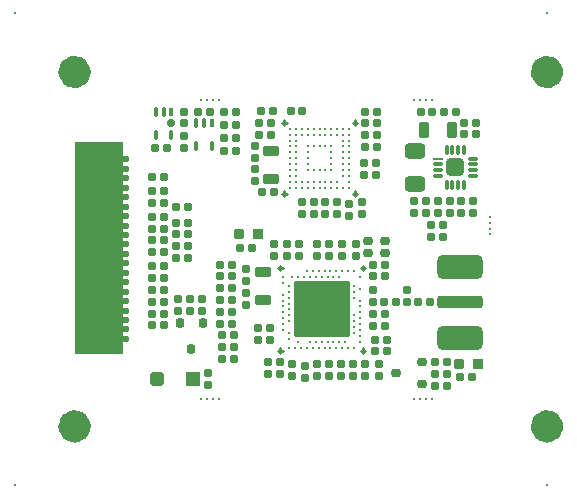
<source format=gbr>
%TF.GenerationSoftware,Altium Limited,Altium Designer,24.8.2 (39)*%
G04 Layer_Color=8388736*
%FSLAX45Y45*%
%MOMM*%
%TF.SameCoordinates,B03309B8-0E9A-45A2-8570-9956D1A1A338*%
%TF.FilePolarity,Negative*%
%TF.FileFunction,Soldermask,Top*%
%TF.Part,CustomerPanel*%
G01*
G75*
%TA.AperFunction,NonConductor*%
%ADD43C,0.15000*%
%TA.AperFunction,ConnectorPad*%
G04:AMPARAMS|DCode=57|XSize=2.1mm|YSize=3.9mm|CornerRadius=0.55mm|HoleSize=0mm|Usage=FLASHONLY|Rotation=270.000|XOffset=0mm|YOffset=0mm|HoleType=Round|Shape=RoundedRectangle|*
%AMROUNDEDRECTD57*
21,1,2.10000,2.80000,0,0,270.0*
21,1,1.00000,3.90000,0,0,270.0*
1,1,1.10000,-1.40000,-0.50000*
1,1,1.10000,-1.40000,0.50000*
1,1,1.10000,1.40000,0.50000*
1,1,1.10000,1.40000,-0.50000*
%
%ADD57ROUNDEDRECTD57*%
%TA.AperFunction,SMDPad,CuDef*%
G04:AMPARAMS|DCode=58|XSize=3.28mm|YSize=0.58mm|CornerRadius=0.165mm|HoleSize=0mm|Usage=FLASHONLY|Rotation=0.000|XOffset=0mm|YOffset=0mm|HoleType=Round|Shape=RoundedRectangle|*
%AMROUNDEDRECTD58*
21,1,3.28000,0.25000,0,0,0.0*
21,1,2.95000,0.58000,0,0,0.0*
1,1,0.33000,1.47500,-0.12500*
1,1,0.33000,-1.47500,-0.12500*
1,1,0.33000,-1.47500,0.12500*
1,1,0.33000,1.47500,0.12500*
%
%ADD58ROUNDEDRECTD58*%
%TA.AperFunction,WasherPad*%
G04:AMPARAMS|DCode=59|XSize=0.2032mm|YSize=0.2032mm|CornerRadius=0mm|HoleSize=0mm|Usage=FLASHONLY|Rotation=180.000|XOffset=0mm|YOffset=0mm|HoleType=Round|Shape=RoundedRectangle|*
%AMROUNDEDRECTD59*
21,1,0.20320,0.20320,0,0,180.0*
21,1,0.20320,0.20320,0,0,180.0*
1,1,0.00000,-0.10160,0.10160*
1,1,0.00000,0.10160,0.10160*
1,1,0.00000,0.10160,-0.10160*
1,1,0.00000,-0.10160,-0.10160*
%
%ADD59ROUNDEDRECTD59*%
G04:AMPARAMS|DCode=60|XSize=0.2032mm|YSize=0.2032mm|CornerRadius=0mm|HoleSize=0mm|Usage=FLASHONLY|Rotation=270.000|XOffset=0mm|YOffset=0mm|HoleType=Round|Shape=RoundedRectangle|*
%AMROUNDEDRECTD60*
21,1,0.20320,0.20320,0,0,270.0*
21,1,0.20320,0.20320,0,0,270.0*
1,1,0.00000,-0.10160,-0.10160*
1,1,0.00000,-0.10160,0.10160*
1,1,0.00000,0.10160,0.10160*
1,1,0.00000,0.10160,-0.10160*
%
%ADD60ROUNDEDRECTD60*%
%TA.AperFunction,NonConductor*%
%ADD115C,2.14000*%
%TA.AperFunction,SMDPad,CuDef*%
G04:AMPARAMS|DCode=116|XSize=0.6mm|YSize=0.6mm|CornerRadius=0.175mm|HoleSize=0mm|Usage=FLASHONLY|Rotation=0.000|XOffset=0mm|YOffset=0mm|HoleType=Round|Shape=RoundedRectangle|*
%AMROUNDEDRECTD116*
21,1,0.60000,0.25000,0,0,0.0*
21,1,0.25000,0.60000,0,0,0.0*
1,1,0.35000,0.12500,-0.12500*
1,1,0.35000,-0.12500,-0.12500*
1,1,0.35000,-0.12500,0.12500*
1,1,0.35000,0.12500,0.12500*
%
%ADD116ROUNDEDRECTD116*%
G04:AMPARAMS|DCode=117|XSize=0.7mm|YSize=0.8mm|CornerRadius=0.2mm|HoleSize=0mm|Usage=FLASHONLY|Rotation=270.000|XOffset=0mm|YOffset=0mm|HoleType=Round|Shape=RoundedRectangle|*
%AMROUNDEDRECTD117*
21,1,0.70000,0.40000,0,0,270.0*
21,1,0.30000,0.80000,0,0,270.0*
1,1,0.40000,-0.20000,-0.15000*
1,1,0.40000,-0.20000,0.15000*
1,1,0.40000,0.20000,0.15000*
1,1,0.40000,0.20000,-0.15000*
%
%ADD117ROUNDEDRECTD117*%
G04:AMPARAMS|DCode=118|XSize=0.41mm|YSize=0.78mm|CornerRadius=0.1225mm|HoleSize=0mm|Usage=FLASHONLY|Rotation=0.000|XOffset=0mm|YOffset=0mm|HoleType=Round|Shape=RoundedRectangle|*
%AMROUNDEDRECTD118*
21,1,0.41000,0.53500,0,0,0.0*
21,1,0.16500,0.78000,0,0,0.0*
1,1,0.24500,0.08250,-0.26750*
1,1,0.24500,-0.08250,-0.26750*
1,1,0.24500,-0.08250,0.26750*
1,1,0.24500,0.08250,0.26750*
%
%ADD118ROUNDEDRECTD118*%
%ADD119R,0.41000X0.78000*%
G04:AMPARAMS|DCode=120|XSize=0.7mm|YSize=0.7mm|CornerRadius=0.2mm|HoleSize=0mm|Usage=FLASHONLY|Rotation=270.000|XOffset=0mm|YOffset=0mm|HoleType=Round|Shape=RoundedRectangle|*
%AMROUNDEDRECTD120*
21,1,0.70000,0.30000,0,0,270.0*
21,1,0.30000,0.70000,0,0,270.0*
1,1,0.40000,-0.15000,-0.15000*
1,1,0.40000,-0.15000,0.15000*
1,1,0.40000,0.15000,0.15000*
1,1,0.40000,0.15000,-0.15000*
%
%ADD120ROUNDEDRECTD120*%
%TA.AperFunction,BGAPad,CuDef*%
%ADD121C,0.28000*%
%TA.AperFunction,SMDPad,CuDef*%
G04:AMPARAMS|DCode=122|XSize=4.77mm|YSize=4.77mm|CornerRadius=0.2475mm|HoleSize=0mm|Usage=FLASHONLY|Rotation=0.000|XOffset=0mm|YOffset=0mm|HoleType=Round|Shape=RoundedRectangle|*
%AMROUNDEDRECTD122*
21,1,4.77000,4.27500,0,0,0.0*
21,1,4.27500,4.77000,0,0,0.0*
1,1,0.49500,2.13750,-2.13750*
1,1,0.49500,-2.13750,-2.13750*
1,1,0.49500,-2.13750,2.13750*
1,1,0.49500,2.13750,2.13750*
%
%ADD122ROUNDEDRECTD122*%
G04:AMPARAMS|DCode=123|XSize=0.7mm|YSize=0.7mm|CornerRadius=0.2mm|HoleSize=0mm|Usage=FLASHONLY|Rotation=0.000|XOffset=0mm|YOffset=0mm|HoleType=Round|Shape=RoundedRectangle|*
%AMROUNDEDRECTD123*
21,1,0.70000,0.30000,0,0,0.0*
21,1,0.30000,0.70000,0,0,0.0*
1,1,0.40000,0.15000,-0.15000*
1,1,0.40000,-0.15000,-0.15000*
1,1,0.40000,-0.15000,0.15000*
1,1,0.40000,0.15000,0.15000*
%
%ADD123ROUNDEDRECTD123*%
G04:AMPARAMS|DCode=124|XSize=0.7mm|YSize=0.8mm|CornerRadius=0.2mm|HoleSize=0mm|Usage=FLASHONLY|Rotation=0.000|XOffset=0mm|YOffset=0mm|HoleType=Round|Shape=RoundedRectangle|*
%AMROUNDEDRECTD124*
21,1,0.70000,0.40000,0,0,0.0*
21,1,0.30000,0.80000,0,0,0.0*
1,1,0.40000,0.15000,-0.20000*
1,1,0.40000,-0.15000,-0.20000*
1,1,0.40000,-0.15000,0.20000*
1,1,0.40000,0.15000,0.20000*
%
%ADD124ROUNDEDRECTD124*%
G04:AMPARAMS|DCode=125|XSize=0.84mm|YSize=1.39mm|CornerRadius=0.22mm|HoleSize=0mm|Usage=FLASHONLY|Rotation=90.000|XOffset=0mm|YOffset=0mm|HoleType=Round|Shape=RoundedRectangle|*
%AMROUNDEDRECTD125*
21,1,0.84000,0.95000,0,0,90.0*
21,1,0.40000,1.39000,0,0,90.0*
1,1,0.44000,0.47500,0.20000*
1,1,0.44000,0.47500,-0.20000*
1,1,0.44000,-0.47500,-0.20000*
1,1,0.44000,-0.47500,0.20000*
%
%ADD125ROUNDEDRECTD125*%
%TA.AperFunction,BGAPad,CuDef*%
%ADD126C,0.27000*%
%TA.AperFunction,ConnectorPad*%
G04:AMPARAMS|DCode=127|XSize=1.1mm|YSize=3.9mm|CornerRadius=0.3mm|HoleSize=0mm|Usage=FLASHONLY|Rotation=270.000|XOffset=0mm|YOffset=0mm|HoleType=Round|Shape=RoundedRectangle|*
%AMROUNDEDRECTD127*
21,1,1.10000,3.30000,0,0,270.0*
21,1,0.50000,3.90000,0,0,270.0*
1,1,0.60000,-1.65000,-0.25000*
1,1,0.60000,-1.65000,0.25000*
1,1,0.60000,1.65000,0.25000*
1,1,0.60000,1.65000,-0.25000*
%
%ADD127ROUNDEDRECTD127*%
%TA.AperFunction,SMDPad,CuDef*%
G04:AMPARAMS|DCode=128|XSize=0.9mm|YSize=0.9mm|CornerRadius=0.25mm|HoleSize=0mm|Usage=FLASHONLY|Rotation=270.000|XOffset=0mm|YOffset=0mm|HoleType=Round|Shape=RoundedRectangle|*
%AMROUNDEDRECTD128*
21,1,0.90000,0.40000,0,0,270.0*
21,1,0.40000,0.90000,0,0,270.0*
1,1,0.50000,-0.20000,-0.20000*
1,1,0.50000,-0.20000,0.20000*
1,1,0.50000,0.20000,0.20000*
1,1,0.50000,0.20000,-0.20000*
%
%ADD128ROUNDEDRECTD128*%
%ADD129R,0.90000X0.90000*%
G04:AMPARAMS|DCode=130|XSize=0.79mm|YSize=0.69mm|CornerRadius=0.1825mm|HoleSize=0mm|Usage=FLASHONLY|Rotation=0.000|XOffset=0mm|YOffset=0mm|HoleType=Round|Shape=RoundedRectangle|*
%AMROUNDEDRECTD130*
21,1,0.79000,0.32500,0,0,0.0*
21,1,0.42500,0.69000,0,0,0.0*
1,1,0.36500,0.21250,-0.16250*
1,1,0.36500,-0.21250,-0.16250*
1,1,0.36500,-0.21250,0.16250*
1,1,0.36500,0.21250,0.16250*
%
%ADD130ROUNDEDRECTD130*%
%ADD131R,1.20000X1.20000*%
G04:AMPARAMS|DCode=132|XSize=1.2mm|YSize=1.2mm|CornerRadius=0.325mm|HoleSize=0mm|Usage=FLASHONLY|Rotation=270.000|XOffset=0mm|YOffset=0mm|HoleType=Round|Shape=RoundedRectangle|*
%AMROUNDEDRECTD132*
21,1,1.20000,0.55000,0,0,270.0*
21,1,0.55000,1.20000,0,0,270.0*
1,1,0.65000,-0.27500,-0.27500*
1,1,0.65000,-0.27500,0.27500*
1,1,0.65000,0.27500,0.27500*
1,1,0.65000,0.27500,-0.27500*
%
%ADD132ROUNDEDRECTD132*%
%ADD133R,0.81000X0.29000*%
G04:AMPARAMS|DCode=134|XSize=0.29mm|YSize=0.81mm|CornerRadius=0.0875mm|HoleSize=0mm|Usage=FLASHONLY|Rotation=90.000|XOffset=0mm|YOffset=0mm|HoleType=Round|Shape=RoundedRectangle|*
%AMROUNDEDRECTD134*
21,1,0.29000,0.63500,0,0,90.0*
21,1,0.11500,0.81000,0,0,90.0*
1,1,0.17500,0.31750,0.05750*
1,1,0.17500,0.31750,-0.05750*
1,1,0.17500,-0.31750,-0.05750*
1,1,0.17500,-0.31750,0.05750*
%
%ADD134ROUNDEDRECTD134*%
G04:AMPARAMS|DCode=135|XSize=0.29mm|YSize=0.81mm|CornerRadius=0.0875mm|HoleSize=0mm|Usage=FLASHONLY|Rotation=0.000|XOffset=0mm|YOffset=0mm|HoleType=Round|Shape=RoundedRectangle|*
%AMROUNDEDRECTD135*
21,1,0.29000,0.63500,0,0,0.0*
21,1,0.11500,0.81000,0,0,0.0*
1,1,0.17500,0.05750,-0.31750*
1,1,0.17500,-0.05750,-0.31750*
1,1,0.17500,-0.05750,0.31750*
1,1,0.17500,0.05750,0.31750*
%
%ADD135ROUNDEDRECTD135*%
G04:AMPARAMS|DCode=136|XSize=1.56mm|YSize=1.56mm|CornerRadius=0.405mm|HoleSize=0mm|Usage=FLASHONLY|Rotation=0.000|XOffset=0mm|YOffset=0mm|HoleType=Round|Shape=RoundedRectangle|*
%AMROUNDEDRECTD136*
21,1,1.56000,0.75000,0,0,0.0*
21,1,0.75000,1.56000,0,0,0.0*
1,1,0.81000,0.37500,-0.37500*
1,1,0.81000,-0.37500,-0.37500*
1,1,0.81000,-0.37500,0.37500*
1,1,0.81000,0.37500,0.37500*
%
%ADD136ROUNDEDRECTD136*%
G04:AMPARAMS|DCode=137|XSize=0.84mm|YSize=1.39mm|CornerRadius=0.22mm|HoleSize=0mm|Usage=FLASHONLY|Rotation=180.000|XOffset=0mm|YOffset=0mm|HoleType=Round|Shape=RoundedRectangle|*
%AMROUNDEDRECTD137*
21,1,0.84000,0.95000,0,0,180.0*
21,1,0.40000,1.39000,0,0,180.0*
1,1,0.44000,-0.20000,0.47500*
1,1,0.44000,0.20000,0.47500*
1,1,0.44000,0.20000,-0.47500*
1,1,0.44000,-0.20000,-0.47500*
%
%ADD137ROUNDEDRECTD137*%
G04:AMPARAMS|DCode=138|XSize=1.75mm|YSize=1.35mm|CornerRadius=0.3625mm|HoleSize=0mm|Usage=FLASHONLY|Rotation=0.000|XOffset=0mm|YOffset=0mm|HoleType=Round|Shape=RoundedRectangle|*
%AMROUNDEDRECTD138*
21,1,1.75000,0.62500,0,0,0.0*
21,1,1.02500,1.35000,0,0,0.0*
1,1,0.72500,0.51250,-0.31250*
1,1,0.72500,-0.51250,-0.31250*
1,1,0.72500,-0.51250,0.31250*
1,1,0.72500,0.51250,0.31250*
%
%ADD138ROUNDEDRECTD138*%
%TA.AperFunction,NonConductor*%
%ADD139C,0.25000*%
G36*
X1409998Y1609996D02*
X999999D01*
Y3409996D01*
X1409998D01*
Y1609996D01*
D02*
G37*
D43*
X3354998Y3569998D02*
X3394998D01*
X3374962Y3549993D02*
Y3589993D01*
X2754999Y2970000D02*
X2794999D01*
X2774963Y2949995D02*
Y2989995D01*
X2754999Y3569998D02*
X2794999D01*
X2774963Y3549993D02*
Y3589993D01*
X3354998Y2970000D02*
X3394998D01*
X3374962Y2949995D02*
Y2989995D01*
D57*
X4264997Y2349994D02*
D03*
Y1749995D02*
D03*
D58*
X1299998Y1899997D02*
D03*
Y1819997D02*
D03*
Y1979997D02*
D03*
Y1739997D02*
D03*
Y2139996D02*
D03*
Y2059996D02*
D03*
Y2379996D02*
D03*
Y2219996D02*
D03*
Y2619995D02*
D03*
Y2299996D02*
D03*
Y2539995D02*
D03*
Y2459996D02*
D03*
Y2779995D02*
D03*
Y3019994D02*
D03*
Y3099994D02*
D03*
Y3179994D02*
D03*
Y2699995D02*
D03*
Y3259994D02*
D03*
Y2859995D02*
D03*
Y2939995D02*
D03*
D59*
X5000000Y500000D02*
D03*
Y4500000D02*
D03*
X500000D02*
D03*
Y500000D02*
D03*
X2075000Y1235000D02*
D03*
X2225000D02*
D03*
X2175000D02*
D03*
X2125000D02*
D03*
X3875000D02*
D03*
X4025000D02*
D03*
X3975000D02*
D03*
X3925000D02*
D03*
X4025000Y3765000D02*
D03*
X3875000D02*
D03*
X3925000D02*
D03*
X3975000D02*
D03*
X2175000D02*
D03*
X2125000D02*
D03*
X2075000D02*
D03*
X2225000D02*
D03*
D60*
X4515000Y2625000D02*
D03*
Y2775000D02*
D03*
Y2725000D02*
D03*
Y2675000D02*
D03*
D115*
X1033000Y1000000D02*
G03*
X1033000Y1000000I-33000J0D01*
G01*
X5032998Y4000000D02*
G03*
X5032998Y4000000I-33000J0D01*
G01*
X1033000D02*
G03*
X1033000Y4000000I-33000J0D01*
G01*
X5032998Y1000000D02*
G03*
X5032998Y1000000I-33000J0D01*
G01*
D116*
X1819998Y3569996D02*
D03*
D117*
X3725000Y1449995D02*
D03*
X3945000Y1544996D02*
D03*
Y1354993D02*
D03*
D118*
X1819998Y3464996D02*
D03*
X1689996D02*
D03*
Y3664995D02*
D03*
X1754995D02*
D03*
X2160000Y3369995D02*
D03*
X2029997D02*
D03*
Y3569995D02*
D03*
X2094996D02*
D03*
D119*
X1819998Y3664995D02*
D03*
X2160000Y3569995D02*
D03*
D120*
X3874997Y2804997D02*
D03*
X3974997D02*
D03*
X3875001Y2904996D02*
D03*
X3975000D02*
D03*
X2329997Y1969995D02*
D03*
X2229997D02*
D03*
X2664997Y3569995D02*
D03*
X2564997D02*
D03*
X4149998Y1344996D02*
D03*
X4049999D02*
D03*
X2329997Y2369993D02*
D03*
X2229997D02*
D03*
Y2069995D02*
D03*
X2329997D02*
D03*
X2229997Y2269996D02*
D03*
X2329997D02*
D03*
Y2169995D02*
D03*
X2229997D02*
D03*
X4049999Y1444996D02*
D03*
X4149998D02*
D03*
X4264999Y1414995D02*
D03*
X4364999D02*
D03*
X4150000Y1544995D02*
D03*
X4050000D02*
D03*
X1759999Y2894997D02*
D03*
X1659999D02*
D03*
X1759997Y2994998D02*
D03*
X1659997D02*
D03*
X2249997Y1769995D02*
D03*
X2349997D02*
D03*
X2349999Y1669994D02*
D03*
X2250000D02*
D03*
X2350000Y1569996D02*
D03*
X2250000D02*
D03*
X2229997Y1869995D02*
D03*
X2329997D02*
D03*
X2654999Y1734997D02*
D03*
X2554999D02*
D03*
X1659997Y2354996D02*
D03*
X1759997D02*
D03*
X1659997Y2254997D02*
D03*
X1759997D02*
D03*
X1959999Y2424994D02*
D03*
X1859999D02*
D03*
X1959999Y2624996D02*
D03*
X1859999D02*
D03*
X1959997Y2724996D02*
D03*
X1859997D02*
D03*
X1659999Y2574996D02*
D03*
X1759999D02*
D03*
X1760000Y2474994D02*
D03*
X1660000D02*
D03*
X1659997Y2674995D02*
D03*
X1759997D02*
D03*
X1659999Y2774995D02*
D03*
X1759999D02*
D03*
X1959996Y2524994D02*
D03*
X1859997D02*
D03*
X4019999Y2604998D02*
D03*
X4119999D02*
D03*
Y2704998D02*
D03*
X4019999D02*
D03*
X1859999Y2854993D02*
D03*
X1959999D02*
D03*
X2564999Y3469997D02*
D03*
X2664999D02*
D03*
X2579997Y3669998D02*
D03*
X2679996D02*
D03*
X1660000Y3109996D02*
D03*
X1760000D02*
D03*
X3560000Y3364997D02*
D03*
X3460000D02*
D03*
X1659997Y2054996D02*
D03*
X1759997D02*
D03*
X1659998Y2154996D02*
D03*
X1759998D02*
D03*
X3644999Y1634996D02*
D03*
X3544999D02*
D03*
X3644999Y1734996D02*
D03*
X3544999D02*
D03*
X3530001Y1849995D02*
D03*
X3630001D02*
D03*
X3630000Y2269994D02*
D03*
X3530001D02*
D03*
X3625001Y2369993D02*
D03*
X3525001D02*
D03*
X3630001Y1949994D02*
D03*
X3530001D02*
D03*
X3620000Y2054994D02*
D03*
X3720000D02*
D03*
X4010000D02*
D03*
X3910000D02*
D03*
X2554998Y1834998D02*
D03*
X2654998D02*
D03*
X4129997Y3659995D02*
D03*
X4229997D02*
D03*
X4029997D02*
D03*
X3929997D02*
D03*
X1784997Y3359995D02*
D03*
X1684997D02*
D03*
X2365001Y3664994D02*
D03*
X2265001D02*
D03*
X2044999Y3664997D02*
D03*
X2144999D02*
D03*
X2265001Y3554997D02*
D03*
X2365001D02*
D03*
X2264998Y3334993D02*
D03*
X2364998D02*
D03*
X2365001Y3444995D02*
D03*
X2265001D02*
D03*
X3452998Y3129997D02*
D03*
X3552998D02*
D03*
X2689997Y2984994D02*
D03*
X2589997D02*
D03*
X1760000Y1854995D02*
D03*
X1660000D02*
D03*
X1760000Y1954995D02*
D03*
X1660000D02*
D03*
X2504999Y2509996D02*
D03*
X2404999D02*
D03*
X2830001Y3669998D02*
D03*
X2930001D02*
D03*
X3552998Y3229997D02*
D03*
X3452998D02*
D03*
X3460001Y3664997D02*
D03*
X3560001D02*
D03*
X3459998Y3464998D02*
D03*
X3559998D02*
D03*
X3460001Y3564997D02*
D03*
X3560001D02*
D03*
D121*
X2817226Y1939998D02*
D03*
X2967223Y2314993D02*
D03*
X3017226D02*
D03*
X3367228D02*
D03*
X3317225D02*
D03*
X3267228D02*
D03*
X3217225D02*
D03*
X3167228D02*
D03*
X3117226D02*
D03*
X3067228Y1664997D02*
D03*
X2892227Y1714995D02*
D03*
X2992227D02*
D03*
X3042225D02*
D03*
X2817226Y1664997D02*
D03*
X2867224D02*
D03*
X2917226D02*
D03*
X2967223D02*
D03*
X3017226D02*
D03*
X3367228D02*
D03*
X3317225D02*
D03*
X3267228D02*
D03*
X3217225D02*
D03*
X3167228D02*
D03*
X3117226D02*
D03*
X3417225Y1714995D02*
D03*
X3292227D02*
D03*
X3242224D02*
D03*
X3192227D02*
D03*
X3142224D02*
D03*
X3092227D02*
D03*
Y2264996D02*
D03*
X2842225D02*
D03*
X2892227D02*
D03*
X2942225D02*
D03*
X2992227D02*
D03*
X3042225D02*
D03*
X3417225D02*
D03*
X3242224D02*
D03*
X3192227D02*
D03*
X3142224D02*
D03*
X3067228Y2314993D02*
D03*
X2817226Y1739993D02*
D03*
Y1789996D02*
D03*
X2767224Y1814994D02*
D03*
Y1864997D02*
D03*
X2817226Y1889995D02*
D03*
X2767224Y1914994D02*
D03*
Y1964997D02*
D03*
X2817226Y1989995D02*
D03*
X2767224Y2014994D02*
D03*
X2817226Y2039998D02*
D03*
X2767224Y2064996D02*
D03*
X2817226Y2089995D02*
D03*
X2767224Y2114994D02*
D03*
X2817226Y2139997D02*
D03*
Y2189995D02*
D03*
X2767224Y2214994D02*
D03*
Y2264996D02*
D03*
X3367228Y1939998D02*
D03*
Y1789996D02*
D03*
Y1889995D02*
D03*
Y2089995D02*
D03*
Y2139997D02*
D03*
Y2189995D02*
D03*
X3417225Y1814994D02*
D03*
Y1864997D02*
D03*
Y1914994D02*
D03*
Y1964997D02*
D03*
Y2014994D02*
D03*
Y2064996D02*
D03*
Y2164996D02*
D03*
X3367223Y1839998D02*
D03*
X3417225Y1764997D02*
D03*
D122*
X3092227Y1989995D02*
D03*
D123*
X3124998Y2899996D02*
D03*
Y2799996D02*
D03*
X2079998Y1974995D02*
D03*
Y2074995D02*
D03*
X2845001Y1429994D02*
D03*
Y1529993D02*
D03*
X2955001Y1509994D02*
D03*
Y1409994D02*
D03*
X3254998Y1524996D02*
D03*
Y1424997D02*
D03*
X3155001Y1424996D02*
D03*
Y1524996D02*
D03*
X2640000Y1544994D02*
D03*
Y1444994D02*
D03*
X2740001Y1544996D02*
D03*
Y1444996D02*
D03*
X1980000Y1974997D02*
D03*
Y2074997D02*
D03*
X4174999Y2904997D02*
D03*
Y2804997D02*
D03*
X4075000Y2904997D02*
D03*
Y2804997D02*
D03*
X4274998D02*
D03*
Y2904997D02*
D03*
X4374996Y2904996D02*
D03*
Y2804997D02*
D03*
X3574998Y1524994D02*
D03*
Y1424994D02*
D03*
X3354998Y1424995D02*
D03*
Y1524994D02*
D03*
X2794999Y2539993D02*
D03*
Y2439993D02*
D03*
X3054998Y2439996D02*
D03*
Y2539996D02*
D03*
X3264997Y2539997D02*
D03*
Y2439997D02*
D03*
X3815000Y2154994D02*
D03*
Y2054994D02*
D03*
X3530001Y2154994D02*
D03*
Y2054994D02*
D03*
X2454996Y2029995D02*
D03*
Y2129994D02*
D03*
Y2329994D02*
D03*
Y2229995D02*
D03*
X2900000Y2539996D02*
D03*
Y2439996D02*
D03*
X3054998Y1424996D02*
D03*
Y1524995D02*
D03*
X3460001Y1424995D02*
D03*
Y1524995D02*
D03*
X3158532Y2539997D02*
D03*
Y2439997D02*
D03*
X3379999Y2539996D02*
D03*
Y2439996D02*
D03*
X2690001Y2539996D02*
D03*
Y2439996D02*
D03*
X4399999Y3571995D02*
D03*
Y3471995D02*
D03*
X4299999Y3571995D02*
D03*
Y3471995D02*
D03*
X1924996Y3664994D02*
D03*
Y3564995D02*
D03*
Y3354998D02*
D03*
Y3454997D02*
D03*
X3024998Y2899996D02*
D03*
Y2799996D02*
D03*
X2924998Y2899996D02*
D03*
Y2799996D02*
D03*
X3324998Y2884995D02*
D03*
Y2784995D02*
D03*
X3224998Y2899995D02*
D03*
Y2799995D02*
D03*
X1879999Y1974994D02*
D03*
Y2074993D02*
D03*
X3434998Y2899996D02*
D03*
Y2799996D02*
D03*
X2129998Y1449995D02*
D03*
Y1349995D02*
D03*
X2529998Y3179996D02*
D03*
Y3079996D02*
D03*
Y3274996D02*
D03*
Y3374996D02*
D03*
D124*
X1990001Y1654997D02*
D03*
X1895000Y1874997D02*
D03*
X2084997D02*
D03*
D125*
X2662997Y3094994D02*
D03*
Y3334994D02*
D03*
X2594996Y2069995D02*
D03*
Y2309995D02*
D03*
D126*
X2824996Y3519996D02*
D03*
X2874999D02*
D03*
X2924996D02*
D03*
X2974999D02*
D03*
X3025001D02*
D03*
X3074998D02*
D03*
X3125001D02*
D03*
X3174998D02*
D03*
X3225001D02*
D03*
X3274998D02*
D03*
X3325000D02*
D03*
X2824996Y3469994D02*
D03*
X2874999D02*
D03*
X2924996D02*
D03*
X2974999D02*
D03*
X3025001D02*
D03*
X3074998D02*
D03*
X3125001D02*
D03*
X3174998D02*
D03*
X3225001D02*
D03*
X3325000D02*
D03*
X2824996Y3419996D02*
D03*
X2874999D02*
D03*
X3274998D02*
D03*
X3325000D02*
D03*
X2824996Y3369994D02*
D03*
X2874999D02*
D03*
X2974999D02*
D03*
X3025001D02*
D03*
X3074998D02*
D03*
X3125001D02*
D03*
X3174998D02*
D03*
X3274998D02*
D03*
X3325000D02*
D03*
X2824996Y3319996D02*
D03*
X2874999D02*
D03*
X2974999D02*
D03*
X3174998D02*
D03*
X3274998D02*
D03*
X3325000D02*
D03*
X2824996Y3269994D02*
D03*
X2874999D02*
D03*
X2974999D02*
D03*
X3174998D02*
D03*
X3274998D02*
D03*
X3325000D02*
D03*
X2824996Y3219997D02*
D03*
X2874999D02*
D03*
X2974999D02*
D03*
X3174998D02*
D03*
X3274998D02*
D03*
X3325000D02*
D03*
X2824996Y3169994D02*
D03*
X2874999D02*
D03*
X2974999D02*
D03*
X3025001D02*
D03*
X3074998D02*
D03*
X3125001D02*
D03*
X3174998D02*
D03*
X3274998D02*
D03*
X3325000D02*
D03*
X2824996Y3119997D02*
D03*
X2874999D02*
D03*
X3274998D02*
D03*
X3325000D02*
D03*
X2824996Y3069994D02*
D03*
X2874999D02*
D03*
X2924996D02*
D03*
X2974999D02*
D03*
X3025001D02*
D03*
X3074998D02*
D03*
X3125001D02*
D03*
X3174998D02*
D03*
X3225001D02*
D03*
X3325000D02*
D03*
X2824996Y3019997D02*
D03*
X2874999D02*
D03*
X2924996D02*
D03*
X2974999D02*
D03*
X3025001D02*
D03*
X3074998D02*
D03*
X3125001D02*
D03*
X3174998D02*
D03*
X3225001D02*
D03*
X3274998D02*
D03*
X3325000D02*
D03*
X3274998Y3469994D02*
D03*
D127*
X4264997Y2049994D02*
D03*
D128*
X2394997Y2624996D02*
D03*
X4254997Y1529995D02*
D03*
D129*
X2554997Y2624996D02*
D03*
X4414997Y1529995D02*
D03*
D130*
X3485001Y2569993D02*
D03*
X3625001D02*
D03*
Y2469994D02*
D03*
X3485001D02*
D03*
D131*
X1999997Y1399993D02*
D03*
D132*
X1699998D02*
D03*
D133*
X4080001Y3266997D02*
D03*
D134*
Y3216994D02*
D03*
Y3166997D02*
D03*
Y3116994D02*
D03*
X4369998D02*
D03*
Y3166997D02*
D03*
Y3216994D02*
D03*
Y3266997D02*
D03*
D135*
X4149998Y3046997D02*
D03*
X4200000D02*
D03*
X4249998D02*
D03*
X4300000D02*
D03*
Y3336994D02*
D03*
X4249998D02*
D03*
X4200000D02*
D03*
X4149998D02*
D03*
D136*
X4224999Y3191995D02*
D03*
D137*
X4199999Y3511995D02*
D03*
X3960000D02*
D03*
D138*
X3885000Y3054996D02*
D03*
Y3334996D02*
D03*
D139*
X2722225Y2339997D02*
X2762225D01*
X3422224D02*
X3462224D01*
X3442224Y2319997D02*
Y2359997D01*
X3422224Y1639993D02*
X3462224D01*
X3442224Y1619993D02*
Y1659993D01*
X2722225Y1639993D02*
X2762225D01*
X2742225Y1619993D02*
Y1659993D01*
Y2319997D02*
Y2359997D01*
X3354998Y3569993D02*
X3394998D01*
X3374998Y3549993D02*
Y3589993D01*
X2754999Y2969995D02*
X2794999D01*
X2774999Y2949995D02*
Y2989995D01*
X2754999Y3569993D02*
X2794999D01*
X2774999Y3549993D02*
Y3589993D01*
X3354998Y2969995D02*
X3394998D01*
X3374998Y2949995D02*
Y2989995D01*
%TF.MD5,1ed9effeb2e91b277ae1f33ddb0d2da9*%
M02*

</source>
